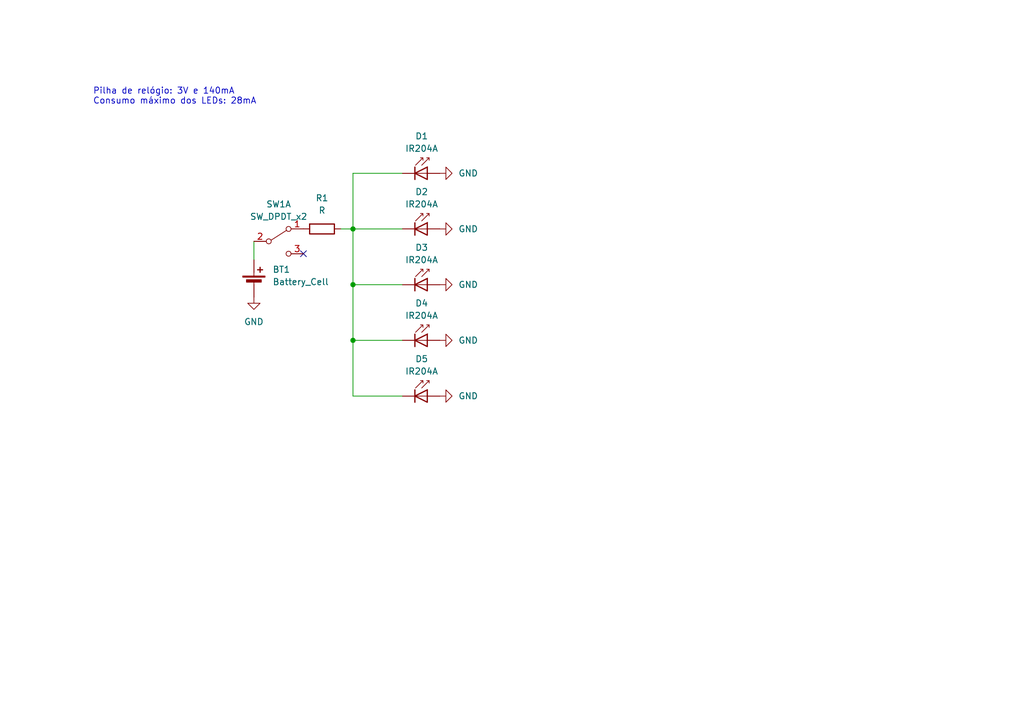
<source format=kicad_sch>
(kicad_sch (version 20230121) (generator eeschema)
  (paper "A5")
  (lib_symbols
    (symbol "Device:Battery_Cell" (pin_numbers hide) (pin_names (offset 0) hide)
      (property "Reference" "BT" (at 2.54 2.54 0))
      (property "Value" "Battery_Cell" (at 2.54 0 0))
      (symbol "Battery_Cell_0_1"
        (rectangle (start -2.286 1.778) (end 2.286 1.524) (fill (type outline)))
        (rectangle (start -1.524 1.016) (end 1.524 0.508) (fill (type outline)))
        (polyline (pts (xy 0 0.762) (xy 0 0)))
        (polyline (pts (xy 0 1.778) (xy 0 2.54)))
        (polyline (pts (xy 0.762 3.048) (xy 1.778 3.048)) (stroke (width 0.254)))
        (polyline (pts (xy 1.27 3.556) (xy 1.27 2.54)) (stroke (width 0.254)))
      )
      (symbol "Battery_Cell_1_1"
        (pin passive line (at 0 5.08 270) (length 2.54) (name "+") (number "1"))
        (pin passive line (at 0 -2.54 90) (length 2.54) (name "-") (number "2"))
      )
    )
    (symbol "Device:R" (pin_numbers hide) (pin_names (offset 0))
      (property "Reference" "R" (at 2.032 0 90))
      (property "Value" "R" (at 0 0 90))
      (symbol "R_0_1"
        (rectangle (start -1.016 -2.54) (end 1.016 2.54) (stroke (width 0.254)))
      )
      (symbol "R_1_1"
        (pin passive line (at 0 3.81 270) (length 1.27) (name "~") (number "1"))
        (pin passive line (at 0 -3.81 90) (length 1.27) (name "~") (number "2"))
      )
    )
    (symbol "LED:IR204A" (pin_numbers hide) (pin_names (offset 1.016) hide)
      (property "Reference" "D" (at 0.508 1.778 0))
      (property "Value" "IR204A" (at -1.016 -2.794 0))
      (symbol "IR204A_0_1"
        (polyline (pts (xy -2.54 1.27) (xy -2.54 -1.27)) (stroke (width 0.254)))
        (polyline (pts (xy 0 0) (xy -2.54 0)))
        (polyline (pts (xy 0.381 3.175) (xy -0.127 3.175)))
        (polyline (pts (xy -1.143 1.651) (xy 0.381 3.175) (xy 0.381 2.667)))
        (polyline (pts (xy 0 1.27) (xy -2.54 0) (xy 0 -1.27) (xy 0 1.27)) (stroke (width 0.254)))
        (polyline (pts (xy -2.413 1.651) (xy -0.889 3.175) (xy -0.889 2.667) (xy -0.889 3.175) (xy -1.397 3.175)))
      )
      (symbol "IR204A_1_1"
        (pin passive line (at -5.08 0 0) (length 2.54) (name "K") (number "1"))
        (pin passive line (at 2.54 0 180) (length 2.54) (name "A") (number "2"))
      )
    )
    (symbol "Switch:SW_DPDT_x2" (pin_names (offset 0) hide)
      (property "Reference" "SW" (at 0 4.318 0))
      (property "Value" "SW_DPDT_x2" (at 0 -5.08 0))
      (symbol "SW_DPDT_x2_0_0"
        (circle (center -2.032 0) (radius 0.508))
        (circle (center 2.032 -2.54) (radius 0.508))
      )
      (symbol "SW_DPDT_x2_0_1"
        (polyline (pts (xy -1.524 0.254) (xy 1.651 2.286)))
        (circle (center 2.032 2.54) (radius 0.508))
      )
      (symbol "SW_DPDT_x2_1_1"
        (pin passive line (at 5.08 2.54 180) (length 2.54) (name "A") (number "1"))
        (pin passive line (at -5.08 0 0) (length 2.54) (name "B") (number "2"))
        (pin passive line (at 5.08 -2.54 180) (length 2.54) (name "C") (number "3"))
      )
      (symbol "SW_DPDT_x2_2_1"
        (pin passive line (at 5.08 2.54 180) (length 2.54) (name "A") (number "4"))
        (pin passive line (at -5.08 0 0) (length 2.54) (name "B") (number "5"))
        (pin passive line (at 5.08 -2.54 180) (length 2.54) (name "C") (number "6"))
      )
    )
    (symbol "power:GND" (power) (pin_names (offset 0))
      (property "Value" "GND" (at 0 -3.81 0))
      (symbol "GND_0_1"
        (polyline (pts (xy 0 0) (xy 0 -1.27) (xy 1.27 -1.27) (xy 0 -2.54) (xy -1.27 -1.27) (xy 0 -1.27)))
      )
      (symbol "GND_1_1"
        (pin power_in line (at 0 0 270) (length 0) hide (name "GND") (number "1"))
      )
    )
  )
  (junction (at 72.39 69.85))
  (junction (at 72.39 46.99))
  (junction (at 72.39 58.42))
  (no_connect (at 62.23 52.07))
  (wire (pts (xy 72.39 35.56) (xy 82.55 35.56)))
  (wire (pts (xy 72.39 69.85) (xy 72.39 58.42)))
  (wire (pts (xy 69.85 46.99) (xy 72.39 46.99)))
  (wire (pts (xy 82.55 69.85) (xy 72.39 69.85)))
  (wire (pts (xy 72.39 46.99) (xy 72.39 35.56)))
  (wire (pts (xy 72.39 58.42) (xy 72.39 46.99)))
  (wire (pts (xy 72.39 81.28) (xy 72.39 69.85)))
  (wire (pts (xy 72.39 46.99) (xy 82.55 46.99)))
  (wire (pts (xy 52.07 49.53) (xy 52.07 53.34)))
  (wire (pts (xy 82.55 81.28) (xy 72.39 81.28)))
  (wire (pts (xy 82.55 58.42) (xy 72.39 58.42)))
  (text "Pilha de relógio: 3V e 140mA\nConsumo máximo dos LEDs: 28mA" (at 19.05 21.59 0) (effects (font (size 1.27 1.27)) (justify left bottom)))
  (symbol (lib_id "LED:IR204A") (at 87.63 58.42 0) (unit 1)
    (property "Reference" "D3" (at 86.487 50.8 0))
    (property "Value" "IR204A" (at 86.487 53.34 0))
    (property "Footprint" "LED_SMD:LED_0805_2012Metric" (effects hide))
    (property "Datasheet" "http://www.everlight.com/file/ProductFile/IR204-A.pdf" (effects hide))
  )
  (symbol (lib_id "power:GND") (at 90.17 81.28 90) (unit 1)
    (property "Reference" "#PWR06" (effects hide))
    (property "Value" "GND" (at 93.98 81.28 90) (effects (justify right)))
  )
  (symbol (lib_id "power:GND") (at 52.07 60.96 0) (unit 1)
    (property "Reference" "#PWR01" (effects hide))
    (property "Value" "GND" (at 52.07 66.04 0))
  )
  (symbol (lib_id "Device:Battery_Cell") (at 52.07 58.42 0) (unit 1)
    (property "Reference" "BT1" (at 55.88 55.3085 0) (effects (justify left)))
    (property "Value" "Battery_Cell" (at 55.88 57.8485 0) (effects (justify left)))
    (property "Footprint" "Battery:BatteryHolder_Keystone_3002_1x2032" (effects hide))
  )
  (symbol (lib_id "LED:IR204A") (at 87.63 81.28 0) (unit 1)
    (property "Reference" "D5" (at 86.487 73.66 0))
    (property "Value" "IR204A" (at 86.487 76.2 0))
    (property "Footprint" "LED_SMD:LED_0805_2012Metric" (effects hide))
    (property "Datasheet" "http://www.everlight.com/file/ProductFile/IR204-A.pdf" (effects hide))
  )
  (symbol (lib_id "power:GND") (at 90.17 35.56 90) (unit 1)
    (property "Reference" "#PWR02" (effects hide))
    (property "Value" "GND" (at 93.98 35.56 90) (effects (justify right)))
  )
  (symbol (lib_id "LED:IR204A") (at 87.63 69.85 0) (unit 1)
    (property "Reference" "D4" (at 86.487 62.23 0))
    (property "Value" "IR204A" (at 86.487 64.77 0))
    (property "Footprint" "LED_SMD:LED_0805_2012Metric" (effects hide))
    (property "Datasheet" "http://www.everlight.com/file/ProductFile/IR204-A.pdf" (effects hide))
  )
  (symbol (lib_id "LED:IR204A") (at 87.63 35.56 0) (unit 1)
    (property "Reference" "D1" (at 86.487 27.94 0))
    (property "Value" "IR204A" (at 86.487 30.48 0))
    (property "Footprint" "LED_SMD:LED_0805_2012Metric" (effects hide))
    (property "Datasheet" "http://www.everlight.com/file/ProductFile/IR204-A.pdf" (effects hide))
  )
  (symbol (lib_id "Device:R") (at 66.04 46.99 90) (unit 1)
    (property "Reference" "R1" (at 66.04 40.64 90))
    (property "Value" "R" (at 66.04 43.18 90))
    (property "Footprint" "Resistor_SMD:R_0805_2012Metric" (effects hide))
  )
  (symbol (lib_id "power:GND") (at 90.17 69.85 90) (unit 1)
    (property "Reference" "#PWR05" (effects hide))
    (property "Value" "GND" (at 93.98 69.85 90) (effects (justify right)))
  )
  (symbol (lib_id "power:GND") (at 90.17 46.99 90) (unit 1)
    (property "Reference" "#PWR03" (effects hide))
    (property "Value" "GND" (at 93.98 46.99 90) (effects (justify right)))
  )
  (symbol (lib_id "LED:IR204A") (at 87.63 46.99 0) (unit 1)
    (property "Reference" "D2" (at 86.487 39.37 0))
    (property "Value" "IR204A" (at 86.487 41.91 0))
    (property "Footprint" "LED_SMD:LED_0805_2012Metric" (effects hide))
    (property "Datasheet" "http://www.everlight.com/file/ProductFile/IR204-A.pdf" (effects hide))
  )
  (symbol (lib_id "power:GND") (at 90.17 58.42 90) (unit 1)
    (property "Reference" "#PWR04" (effects hide))
    (property "Value" "GND" (at 93.98 58.42 90) (effects (justify right)))
  )
  (symbol (lib_id "Switch:SW_DPDT_x2") (at 57.15 49.53 0) (unit 1)
    (property "Reference" "SW1" (at 57.15 41.91 0))
    (property "Value" "SW_DPDT_x2" (at 57.15 44.45 0))
    (property "Footprint" "Button_Switch_SMD:SW_SPDT_PCM12" (effects hide))
  )
)
</source>
